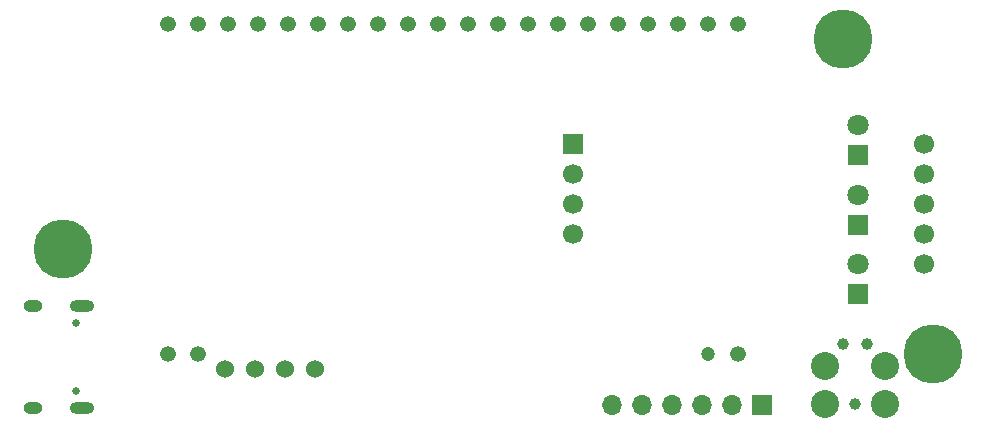
<source format=gbs>
G04 #@! TF.GenerationSoftware,KiCad,Pcbnew,(5.1.10)-1*
G04 #@! TF.CreationDate,2021-10-09T12:44:35+02:00*
G04 #@! TF.ProjectId,AirQualitySensor,41697251-7561-46c6-9974-7953656e736f,rev?*
G04 #@! TF.SameCoordinates,Original*
G04 #@! TF.FileFunction,Soldermask,Bot*
G04 #@! TF.FilePolarity,Negative*
%FSLAX46Y46*%
G04 Gerber Fmt 4.6, Leading zero omitted, Abs format (unit mm)*
G04 Created by KiCad (PCBNEW (5.1.10)-1) date 2021-10-09 12:44:35*
%MOMM*%
%LPD*%
G01*
G04 APERTURE LIST*
%ADD10C,5.000000*%
%ADD11C,1.800000*%
%ADD12R,1.800000X1.800000*%
%ADD13O,1.700000X1.700000*%
%ADD14R,1.700000X1.700000*%
%ADD15C,0.991000*%
%ADD16C,2.374900*%
%ADD17O,2.100000X1.000000*%
%ADD18C,0.650000*%
%ADD19O,1.600000X1.000000*%
%ADD20C,1.524000*%
%ADD21C,1.700000*%
%ADD22C,1.337000*%
%ADD23C,1.200000*%
G04 APERTURE END LIST*
D10*
X184150000Y-115570000D03*
X176530000Y-88900000D03*
X110490000Y-106680000D03*
D11*
X177800000Y-96150000D03*
D12*
X177800000Y-98690000D03*
D11*
X177800000Y-102050000D03*
D12*
X177800000Y-104590000D03*
D11*
X177800000Y-107950000D03*
D12*
X177800000Y-110490000D03*
D13*
X156972000Y-119888000D03*
X159512000Y-119888000D03*
X162052000Y-119888000D03*
X164592000Y-119888000D03*
X167132000Y-119888000D03*
D14*
X169672000Y-119888000D03*
D15*
X177546000Y-119761000D03*
X176531000Y-114681000D03*
X178561000Y-114681000D03*
D16*
X175006000Y-116586000D03*
X180086000Y-116586000D03*
X180086000Y-119761000D03*
X175006000Y-119761000D03*
D17*
X112096000Y-120144000D03*
X112096000Y-111504000D03*
D18*
X111566000Y-112934000D03*
D19*
X107916000Y-111504000D03*
D18*
X111566000Y-118714000D03*
D19*
X107916000Y-120144000D03*
D20*
X131826000Y-116840000D03*
X129286000Y-116840000D03*
X126746000Y-116840000D03*
X124206000Y-116840000D03*
D21*
X183370000Y-97790000D03*
X183370000Y-100330000D03*
X183370000Y-102870000D03*
X183370000Y-105410000D03*
X153670000Y-105410000D03*
D14*
X153670000Y-97790000D03*
D21*
X153670000Y-100330000D03*
X153670000Y-102870000D03*
X183370000Y-107950000D03*
D22*
X167640000Y-115570000D03*
D23*
X165100000Y-115570000D03*
D22*
X121920000Y-115570000D03*
X119380000Y-115570000D03*
X119380000Y-87630000D03*
X121920000Y-87630000D03*
X124460000Y-87630000D03*
X127000000Y-87630000D03*
X129540000Y-87630000D03*
X132080000Y-87630000D03*
X134620000Y-87630000D03*
X137160000Y-87630000D03*
X139700000Y-87630000D03*
X142240000Y-87630000D03*
X144780000Y-87630000D03*
X147320000Y-87630000D03*
X149860000Y-87630000D03*
X152400000Y-87630000D03*
X154940000Y-87630000D03*
X157480000Y-87630000D03*
X160020000Y-87630000D03*
X162560000Y-87630000D03*
X165100000Y-87630000D03*
X167640000Y-87630000D03*
M02*

</source>
